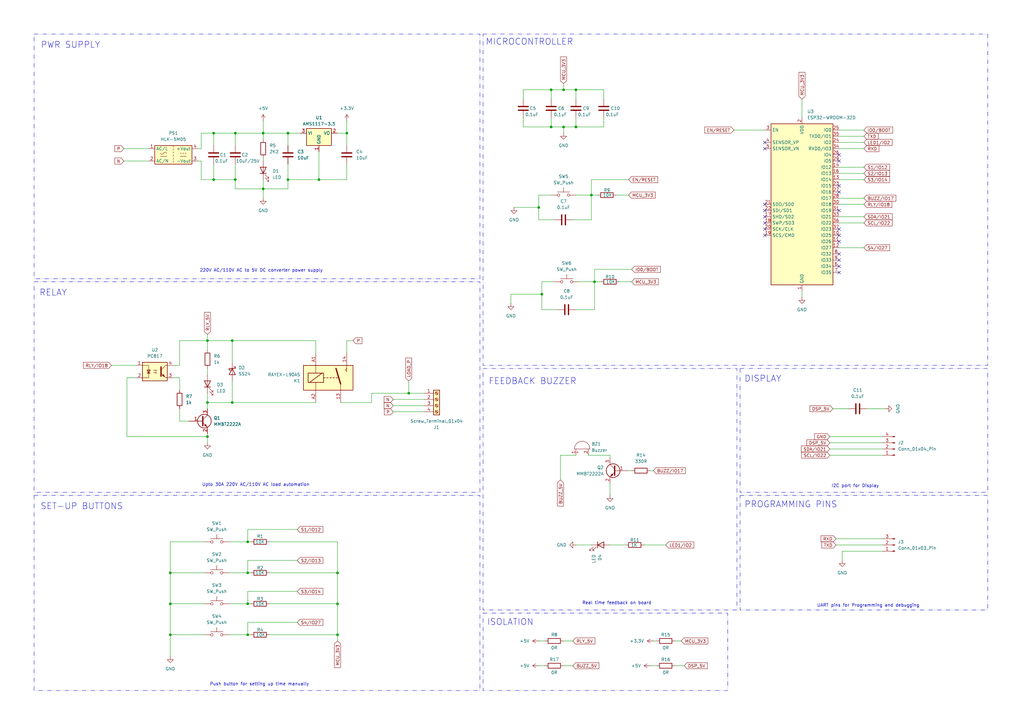
<source format=kicad_sch>
(kicad_sch (version 20250114) (generator "eeschema") (generator_version "9.0")
  (paper "A3")
  (title_block (title "GEN AI based timer board") (date "2025-04-16") (rev "v0.1") (company "Ampnics") (comment 1 "Design By-Md Ammar Maniyar"))
  (lib_symbols
    (symbol "Connector:Conn_01x03_Pin" (pin_names (offset 1.016) (hide yes))
      (property "Reference" "J" (at 0 5.08 0))
      (property "Value" "Conn_01x03_Pin" (at 0 -5.08 0))
      (symbol "Conn_01x03_Pin_1_1"
        (pin passive line (at 5.08 2.54 180) (length 3.81) (name "Pin_1") (number "1"))
        (pin passive line (at 5.08 0 180) (length 3.81) (name "Pin_2") (number "2"))
        (pin passive line (at 5.08 -2.54 180) (length 3.81) (name "Pin_3") (number "3"))
      )
    )
    (symbol "Connector:Conn_01x04_Pin" (pin_names (offset 1.016) (hide yes))
      (property "Reference" "J" (at 0 5.08 0))
      (property "Value" "Conn_01x04_Pin" (at 0 -7.62 0))
      (symbol "Conn_01x04_Pin_1_1"
        (pin passive line (at 5.08 2.54 180) (length 3.81) (name "Pin_1") (number "1"))
        (pin passive line (at 5.08 0 180) (length 3.81) (name "Pin_2") (number "2"))
        (pin passive line (at 5.08 -2.54 180) (length 3.81) (name "Pin_3") (number "3"))
        (pin passive line (at 5.08 -5.08 180) (length 3.81) (name "Pin_4") (number "4"))
      )
    )
    (symbol "Connector:Screw_Terminal_01x04" (pin_names (offset 1.016) (hide yes))
      (property "Reference" "J" (at 0 5.08 0))
      (property "Value" "Screw_Terminal_01x04" (at 0 -7.62 0))
      (symbol "Screw_Terminal_01x04_1_1"
        (pin passive line (at -5.08 2.54 0) (length 3.81) (name "Pin_1") (number "1"))
        (pin passive line (at -5.08 0 0) (length 3.81) (name "Pin_2") (number "2"))
        (pin passive line (at -5.08 -2.54 0) (length 3.81) (name "Pin_3") (number "3"))
        (pin passive line (at -5.08 -5.08 0) (length 3.81) (name "Pin_4") (number "4"))
      )
    )
    (symbol "Converter_ACDC:HLK-5M05"
      (property "Reference" "PS" (at 0 5.08 0))
      (property "Value" "HLK-5M05" (at 0 -5.08 0))
      (symbol "HLK-5M05_1_1"
        (pin power_in line (at -10.16 2.54 0) (length 2.54) (name "AC/L") (number "1"))
        (pin power_in line (at -10.16 -2.54 0) (length 2.54) (name "AC/N") (number "2"))
        (pin power_out line (at 10.16 2.54 180) (length 2.54) (name "+Vout") (number "4"))
        (pin power_out line (at 10.16 -2.54 180) (length 2.54) (name "-Vout") (number "3"))
      )
    )
    (symbol "Device:Buzzer" (pin_names (offset 0.0254) (hide yes))
      (property "Reference" "BZ" (at 3.81 1.27 0))
      (property "Value" "Buzzer" (at 3.81 -1.27 0))
      (symbol "Buzzer_1_1"
        (pin passive line (at -2.54 2.54 0) (length 2.54) (name "+") (number "1"))
        (pin passive line (at -2.54 -2.54 0) (length 2.54) (name "-") (number "2"))
      )
    )
    (symbol "Device:C" (pin_numbers (hide yes)) (pin_names (offset 0.254))
      (property "Reference" "C" (at 0.635 2.54 0))
      (property "Value" "C" (at 0.635 -2.54 0))
      (symbol "C_1_1"
        (pin passive line (at 0 3.81 270) (length 2.794) (name "~") (number "1"))
        (pin passive line (at 0 -3.81 90) (length 2.794) (name "~") (number "2"))
      )
    )
    (symbol "Device:LED" (pin_numbers (hide yes)) (pin_names (offset 1.016) (hide yes))
      (property "Reference" "D" (at 0 2.54 0))
      (property "Value" "LED" (at 0 -2.54 0))
      (symbol "LED_1_1"
        (pin passive line (at -3.81 0 0) (length 2.54) (name "K") (number "1"))
        (pin passive line (at 3.81 0 180) (length 2.54) (name "A") (number "2"))
      )
    )
    (symbol "Device:R" (pin_numbers (hide yes)) (pin_names (offset 0))
      (property "Reference" "R" (at 2.032 0 90))
      (property "Value" "R" (at 0 0 90))
      (symbol "R_1_1"
        (pin passive line (at 0 3.81 270) (length 1.27) (name "~") (number "1"))
        (pin passive line (at 0 -3.81 90) (length 1.27) (name "~") (number "2"))
      )
    )
    (symbol "Diode:SS24" (pin_numbers (hide yes)) (pin_names (offset 1.016) (hide yes))
      (property "Reference" "D" (at 0 2.54 0))
      (property "Value" "SS24" (at 0 -2.54 0))
      (symbol "SS24_1_1"
        (pin passive line (at -3.81 0 0) (length 2.54) (name "K") (number "1"))
        (pin passive line (at 3.81 0 180) (length 2.54) (name "A") (number "2"))
      )
    )
    (symbol "Isolator:PC817" (pin_names (offset 1.016))
      (property "Reference" "U" (at -5.08 5.08 0))
      (property "Value" "PC817" (at 0 5.08 0))
      (symbol "PC817_1_1"
        (pin passive line (at -7.62 2.54 0) (length 2.54) (name "~") (number "1"))
        (pin passive line (at -7.62 -2.54 0) (length 2.54) (name "~") (number "2"))
        (pin passive line (at 7.62 2.54 180) (length 2.54) (name "~") (number "4"))
        (pin passive line (at 7.62 -2.54 180) (length 2.54) (name "~") (number "3"))
      )
    )
    (symbol "RF_Module:ESP32-WROOM-32D"
      (property "Reference" "U" (at -12.7 34.29 0))
      (property "Value" "ESP32-WROOM-32D" (at 1.27 34.29 0))
      (symbol "ESP32-WROOM-32D_1_1"
        (pin input line (at -15.24 30.48 0) (length 2.54) (name "EN") (number "3"))
        (pin input line (at -15.24 25.4 0) (length 2.54) (name "SENSOR_VP") (number "4"))
        (pin input line (at -15.24 22.86 0) (length 2.54) (name "SENSOR_VN") (number "5"))
        (pin bidirectional line (at -15.24 0 0) (length 2.54) (name "SDO/SD0") (number "21"))
        (pin bidirectional line (at -15.24 -2.54 0) (length 2.54) (name "SDI/SD1") (number "22"))
        (pin bidirectional line (at -15.24 -5.08 0) (length 2.54) (name "SHD/SD2") (number "17"))
        (pin bidirectional line (at -15.24 -7.62 0) (length 2.54) (name "SWP/SD3") (number "18"))
        (pin bidirectional line (at -15.24 -10.16 0) (length 2.54) (name "SCK/CLK") (number "20"))
        (pin bidirectional line (at -15.24 -12.7 0) (length 2.54) (name "SCS/CMD") (number "19"))
        (pin no_connect line (at -12.7 -27.94 0) (length 2.54) (hide yes) (name "NC") (number "32"))
        (pin power_in line (at 0 35.56 270) (length 2.54) (name "VDD") (number "2"))
        (pin power_in line (at 0 -35.56 90) (length 2.54) (name "GND") (number "1"))
        (pin passive line (at 0 -35.56 90) (length 2.54) (hide yes) (name "GND") (number "15"))
        (pin passive line (at 0 -35.56 90) (length 2.54) (hide yes) (name "GND") (number "38"))
        (pin passive line (at 0 -35.56 90) (length 2.54) (hide yes) (name "GND") (number "39"))
        (pin bidirectional line (at 15.24 30.48 180) (length 2.54) (name "IO0") (number "25"))
        (pin bidirectional line (at 15.24 27.94 180) (length 2.54) (name "TXD0/IO1") (number "35"))
        (pin bidirectional line (at 15.24 25.4 180) (length 2.54) (name "IO2") (number "24"))
        (pin bidirectional line (at 15.24 22.86 180) (length 2.54) (name "RXD0/IO3") (number "34"))
        (pin bidirectional line (at 15.24 20.32 180) (length 2.54) (name "IO4") (number "26"))
        (pin bidirectional line (at 15.24 17.78 180) (length 2.54) (name "IO5") (number "29"))
        (pin bidirectional line (at 15.24 15.24 180) (length 2.54) (name "IO12") (number "14"))
        (pin bidirectional line (at 15.24 12.7 180) (length 2.54) (name "IO13") (number "16"))
        (pin bidirectional line (at 15.24 10.16 180) (length 2.54) (name "IO14") (number "13"))
        (pin bidirectional line (at 15.24 7.62 180) (length 2.54) (name "IO15") (number "23"))
        (pin bidirectional line (at 15.24 5.08 180) (length 2.54) (name "IO16") (number "27"))
        (pin bidirectional line (at 15.24 2.54 180) (length 2.54) (name "IO17") (number "28"))
        (pin bidirectional line (at 15.24 0 180) (length 2.54) (name "IO18") (number "30"))
        (pin bidirectional line (at 15.24 -2.54 180) (length 2.54) (name "IO19") (number "31"))
        (pin bidirectional line (at 15.24 -5.08 180) (length 2.54) (name "IO21") (number "33"))
        (pin bidirectional line (at 15.24 -7.62 180) (length 2.54) (name "IO22") (number "36"))
        (pin bidirectional line (at 15.24 -10.16 180) (length 2.54) (name "IO23") (number "37"))
        (pin bidirectional line (at 15.24 -12.7 180) (length 2.54) (name "IO25") (number "10"))
        (pin bidirectional line (at 15.24 -15.24 180) (length 2.54) (name "IO26") (number "11"))
        (pin bidirectional line (at 15.24 -17.78 180) (length 2.54) (name "IO27") (number "12"))
        (pin bidirectional line (at 15.24 -20.32 180) (length 2.54) (name "IO32") (number "8"))
        (pin bidirectional line (at 15.24 -22.86 180) (length 2.54) (name "IO33") (number "9"))
        (pin input line (at 15.24 -25.4 180) (length 2.54) (name "IO34") (number "6"))
        (pin input line (at 15.24 -27.94 180) (length 2.54) (name "IO35") (number "7"))
      )
    )
    (symbol "Regulator_Linear:AMS1117-3.3"
      (property "Reference" "U" (at -3.81 3.175 0))
      (property "Value" "AMS1117-3.3" (at 0 3.175 0))
      (symbol "AMS1117-3.3_1_1"
        (pin power_in line (at -7.62 0 0) (length 2.54) (name "VI") (number "3"))
        (pin power_in line (at 0 -7.62 90) (length 2.54) (name "GND") (number "1"))
        (pin power_out line (at 7.62 0 180) (length 2.54) (name "VO") (number "2"))
      )
    )
    (symbol "Relay:RAYEX-L90AS"
      (property "Reference" "K" (at 11.43 3.81 0))
      (property "Value" "RAYEX-L90AS" (at 11.43 1.27 0))
      (symbol "RAYEX-L90AS_1_1"
        (pin passive line (at -5.08 10.16 270) (length 5.08) (name "~") (number "A1"))
        (pin passive line (at -5.08 -10.16 90) (length 5.08) (name "~") (number "A2"))
        (pin passive line (at 5.08 -10.16 90) (length 5.08) (name "~") (number "13"))
        (pin passive line (at 7.62 10.16 270) (length 5.08) (name "~") (number "14"))
      )
    )
    (symbol "Switch:SW_Push" (pin_numbers (hide yes)) (pin_names (offset 1.016) (hide yes))
      (property "Reference" "SW" (at 1.27 2.54 0))
      (property "Value" "SW_Push" (at 0 -1.524 0))
      (symbol "SW_Push_0_1"
        (pin passive line (at -5.08 0 0) (length 2.54) (name "1") (number "1"))
        (pin passive line (at 5.08 0 180) (length 2.54) (name "2") (number "2"))
      )
    )
    (symbol "Transistor_BJT:MMBT2222A" (pin_names (offset 0) (hide yes))
      (property "Reference" "Q" (at 5.08 1.905 0))
      (property "Value" "MMBT2222A" (at 5.08 0 0))
      (symbol "MMBT2222A_1_1"
        (pin input line (at -5.08 0 0) (length 5.715) (name "B") (number "1"))
        (pin passive line (at 2.54 5.08 270) (length 2.54) (name "C") (number "3"))
        (pin passive line (at 2.54 -5.08 90) (length 2.54) (name "E") (number "2"))
      )
    )
    (symbol "power:+3.3V" (power) (pin_numbers (hide yes)) (pin_names (offset 0) (hide yes))
      (property "Value" "+3.3V" (at 0 3.556 0))
      (symbol "+3.3V_1_1"
        (pin power_in line (at 0 0 90) (length 0) (name "~") (number "1"))
      )
    )
    (symbol "power:+5V" (power) (pin_numbers (hide yes)) (pin_names (offset 0) (hide yes))
      (property "Value" "+5V" (at 0 3.556 0))
      (symbol "+5V_1_1"
        (pin power_in line (at 0 0 90) (length 0) (name "~") (number "1"))
      )
    )
    (symbol "power:GND" (power) (pin_numbers (hide yes)) (pin_names (offset 0) (hide yes))
      (property "Value" "GND" (at 0 -3.81 0))
      (symbol "GND_1_1"
        (pin power_in line (at 0 0 270) (length 0) (name "~") (number "1"))
      )
    )
  )
  (rectangle (start 198.12 151.13) (end 302.26 250.19) (stroke (width 0) (type dash_dot_dot)))
  (rectangle (start 303.53 203.2) (end 405.13 250.19) (stroke (width 0) (type dash_dot_dot)))
  (rectangle (start 198.12 13.97) (end 405.13 149.86) (stroke (width 0) (type dash_dot_dot)))
  (rectangle (start 13.97 203.2) (end 196.85 283.21) (stroke (width 0) (type dash_dot_dot)))
  (rectangle (start 13.97 115.57) (end 196.85 201.93) (stroke (width 0) (type dash_dot_dot)))
  (rectangle (start 198.12 251.46) (end 298.45 283.21) (stroke (width 0) (type dash_dot_dot)))
  (rectangle (start 303.53 151.13) (end 405.13 201.93) (stroke (width 0) (type dash_dot_dot)))
  (rectangle (start 13.97 13.97) (end 196.85 114.3) (stroke (width 0) (type dash_dot_dot)))
  (text "Push button for setting up time manually" (at 106.426 280.67 0) (effects (font (size 1.27 1.27))))
  (text "Real time feedback on board" (at 252.984 247.396 0) (effects (font (size 1.27 1.27))))
  (text "RELAY" (at 21.844 120.142 0) (effects (font (size 2.54 2.54))))
  (text "SET-UP BUTTONS" (at 33.528 207.772 0) (effects (font (size 2.54 2.54))))
  (text "Upto 30A 220V AC/110V AC load automation" (at 104.902 198.882 0) (effects (font (size 1.27 1.27))))
  (text "PROGRAMMING PINS" (at 324.358 207.01 0) (effects (font (size 2.54 2.54))))
  (text "I2C port for Display" (at 350.774 199.39 0) (effects (font (size 1.27 1.27))))
  (text "MICROCONTROLLER" (at 217.17 17.272 0) (effects (font (size 2.54 2.54))))
  (text "PWR SUPPLY" (at 28.956 18.542 0) (effects (font (size 2.54 2.54))))
  (text "ISOLATION" (at 209.296 255.27 0) (effects (font (size 2.54 2.54))))
  (text "DISPLAY" (at 312.928 155.448 0) (effects (font (size 2.54 2.54))))
  (text "220V AC/110V AC to 5V DC converter power supply" (at 107.188 110.998 0) (effects (font (size 1.27 1.27))))
  (text "UART pins for Programming and debugging" (at 356.108 248.412 0) (effects (font (size 1.27 1.27))))
  (text "FEEDBACK BUZZER" (at 218.44 156.464 0) (effects (font (size 2.54 2.54))))
  (junction (at 243.84 115.57))
  (junction (at 231.14 52.07))
  (junction (at 101.6 247.65))
  (junction (at 167.64 161.29))
  (junction (at 95.25 139.7))
  (junction (at 236.22 36.83))
  (junction (at 138.43 260.35))
  (junction (at 96.52 73.66))
  (junction (at 222.25 120.65))
  (junction (at 142.24 54.61))
  (junction (at 69.85 247.65))
  (junction (at 231.14 36.83))
  (junction (at 130.81 73.66))
  (junction (at 69.85 260.35))
  (junction (at 138.43 247.65))
  (junction (at 101.6 260.35))
  (junction (at 107.95 54.61))
  (junction (at 87.63 54.61))
  (junction (at 69.85 234.95))
  (junction (at 101.6 234.95))
  (junction (at 118.11 54.61))
  (junction (at 220.98 85.09))
  (junction (at 107.95 77.47))
  (junction (at 85.09 179.07))
  (junction (at 226.06 36.83))
  (junction (at 236.22 52.07))
  (junction (at 226.06 52.07))
  (junction (at 101.6 222.25))
  (junction (at 85.09 139.7))
  (junction (at 118.11 73.66))
  (junction (at 138.43 234.95))
  (junction (at 87.63 73.66))
  (junction (at 96.52 54.61))
  (junction (at 242.57 80.01))
  (junction (at 85.09 165.1))
  (junction (at 95.25 165.1))
  (no_connect (at 313.69 83.82))
  (no_connect (at 344.17 109.22))
  (no_connect (at 344.17 63.5))
  (no_connect (at 313.69 96.52))
  (no_connect (at 313.69 60.96))
  (no_connect (at 344.17 104.14))
  (no_connect (at 313.69 58.42))
  (no_connect (at 313.69 93.98))
  (no_connect (at 344.17 66.04))
  (no_connect (at 344.17 78.74))
  (no_connect (at 344.17 111.76))
  (no_connect (at 313.69 86.36))
  (no_connect (at 313.69 91.44))
  (no_connect (at 344.17 86.36))
  (no_connect (at 344.17 106.68))
  (no_connect (at 313.69 88.9))
  (no_connect (at 344.17 93.98))
  (no_connect (at 344.17 96.52))
  (no_connect (at 344.17 99.06))
  (no_connect (at 344.17 76.2))
  (wire (pts (xy 50.8 66.04) (xy 60.96 66.04)))
  (wire (pts (xy 87.63 73.66) (xy 96.52 73.66)))
  (wire (pts (xy 242.57 80.01) (xy 245.11 80.01)))
  (wire (pts (xy 220.98 90.17) (xy 227.33 90.17)))
  (wire (pts (xy 344.17 81.28) (xy 354.33 81.28)))
  (wire (pts (xy 83.82 222.25) (xy 69.85 222.25)))
  (wire (pts (xy 226.06 36.83) (xy 226.06 40.64)))
  (wire (pts (xy 87.63 73.66) (xy 82.55 73.66)))
  (wire (pts (xy 93.98 234.95) (xy 101.6 234.95)))
  (wire (pts (xy 85.09 143.51) (xy 85.09 139.7)))
  (wire (pts (xy 259.08 110.49) (xy 243.84 110.49)))
  (wire (pts (xy 242.57 90.17) (xy 234.95 90.17)))
  (wire (pts (xy 85.09 167.64) (xy 85.09 165.1)))
  (wire (pts (xy 138.43 260.35) (xy 138.43 262.89)))
  (wire (pts (xy 73.66 154.94) (xy 71.12 154.94)))
  (wire (pts (xy 118.11 73.66) (xy 130.81 73.66)))
  (wire (pts (xy 344.17 58.42) (xy 354.33 58.42)))
  (wire (pts (xy 45.72 149.86) (xy 55.88 149.86)))
  (wire (pts (xy 243.84 110.49) (xy 243.84 115.57)))
  (wire (pts (xy 236.22 48.26) (xy 236.22 52.07)))
  (wire (pts (xy 231.14 54.61) (xy 231.14 52.07)))
  (wire (pts (xy 52.07 154.94) (xy 52.07 179.07)))
  (wire (pts (xy 93.98 247.65) (xy 101.6 247.65)))
  (wire (pts (xy 264.16 223.52) (xy 273.05 223.52)))
  (wire (pts (xy 93.98 222.25) (xy 101.6 222.25)))
  (wire (pts (xy 87.63 54.61) (xy 96.52 54.61)))
  (wire (pts (xy 69.85 260.35) (xy 69.85 269.24)))
  (wire (pts (xy 300.99 53.34) (xy 313.69 53.34)))
  (wire (pts (xy 328.93 40.64) (xy 328.93 48.26)))
  (wire (pts (xy 344.17 88.9) (xy 354.33 88.9)))
  (wire (pts (xy 345.44 226.06) (xy 361.95 226.06)))
  (wire (pts (xy 71.12 149.86) (xy 73.66 149.86)))
  (wire (pts (xy 250.19 223.52) (xy 256.54 223.52)))
  (wire (pts (xy 69.85 234.95) (xy 69.85 247.65)))
  (wire (pts (xy 142.24 67.31) (xy 142.24 73.66)))
  (wire (pts (xy 266.7 273.05) (xy 269.24 273.05)))
  (wire (pts (xy 55.88 154.94) (xy 52.07 154.94)))
  (wire (pts (xy 101.6 242.57) (xy 101.6 247.65)))
  (wire (pts (xy 85.09 165.1) (xy 95.25 165.1)))
  (wire (pts (xy 121.92 217.17) (xy 101.6 217.17)))
  (wire (pts (xy 87.63 54.61) (xy 87.63 59.69)))
  (wire (pts (xy 226.06 48.26) (xy 226.06 52.07)))
  (wire (pts (xy 142.24 54.61) (xy 138.43 54.61)))
  (wire (pts (xy 209.55 120.65) (xy 222.25 120.65)))
  (wire (pts (xy 110.49 234.95) (xy 138.43 234.95)))
  (wire (pts (xy 82.55 60.96) (xy 82.55 54.61)))
  (wire (pts (xy 243.84 115.57) (xy 246.38 115.57)))
  (wire (pts (xy 130.81 73.66) (xy 142.24 73.66)))
  (wire (pts (xy 96.52 67.31) (xy 96.52 73.66)))
  (wire (pts (xy 95.25 139.7) (xy 95.25 148.59)))
  (wire (pts (xy 250.19 186.69) (xy 241.3 186.69)))
  (wire (pts (xy 107.95 49.53) (xy 107.95 54.61)))
  (wire (pts (xy 344.17 71.12) (xy 354.33 71.12)))
  (wire (pts (xy 341.63 167.64) (xy 347.98 167.64)))
  (wire (pts (xy 129.54 139.7) (xy 95.25 139.7)))
  (wire (pts (xy 96.52 54.61) (xy 107.95 54.61)))
  (wire (pts (xy 236.22 52.07) (xy 247.65 52.07)))
  (wire (pts (xy 220.98 85.09) (xy 220.98 90.17)))
  (wire (pts (xy 214.63 48.26) (xy 214.63 52.07)))
  (wire (pts (xy 69.85 260.35) (xy 83.82 260.35)))
  (wire (pts (xy 355.6 167.64) (xy 363.22 167.64)))
  (wire (pts (xy 210.82 85.09) (xy 220.98 85.09)))
  (wire (pts (xy 101.6 247.65) (xy 102.87 247.65)))
  (wire (pts (xy 242.57 80.01) (xy 242.57 90.17)))
  (wire (pts (xy 121.92 242.57) (xy 101.6 242.57)))
  (wire (pts (xy 85.09 181.61) (xy 85.09 179.07)))
  (wire (pts (xy 214.63 52.07) (xy 226.06 52.07)))
  (wire (pts (xy 214.63 40.64) (xy 214.63 36.83)))
  (wire (pts (xy 328.93 119.38) (xy 328.93 121.92)))
  (wire (pts (xy 226.06 36.83) (xy 231.14 36.83)))
  (wire (pts (xy 247.65 36.83) (xy 247.65 40.64)))
  (wire (pts (xy 52.07 179.07) (xy 85.09 179.07)))
  (wire (pts (xy 101.6 255.27) (xy 101.6 260.35)))
  (wire (pts (xy 101.6 229.87) (xy 101.6 234.95)))
  (wire (pts (xy 96.52 77.47) (xy 107.95 77.47)))
  (wire (pts (xy 242.57 73.66) (xy 242.57 80.01)))
  (wire (pts (xy 231.14 273.05) (xy 234.95 273.05)))
  (wire (pts (xy 257.81 193.04) (xy 259.08 193.04)))
  (wire (pts (xy 107.95 54.61) (xy 118.11 54.61)))
  (wire (pts (xy 236.22 36.83) (xy 247.65 36.83)))
  (wire (pts (xy 342.9 223.52) (xy 361.95 223.52)))
  (wire (pts (xy 250.19 187.96) (xy 250.19 186.69)))
  (wire (pts (xy 101.6 234.95) (xy 102.87 234.95)))
  (wire (pts (xy 110.49 222.25) (xy 138.43 222.25)))
  (wire (pts (xy 85.09 137.16) (xy 85.09 139.7)))
  (wire (pts (xy 118.11 67.31) (xy 118.11 73.66)))
  (wire (pts (xy 73.66 172.72) (xy 77.47 172.72)))
  (wire (pts (xy 222.25 115.57) (xy 222.25 120.65)))
  (wire (pts (xy 344.17 101.6) (xy 354.33 101.6)))
  (wire (pts (xy 161.29 163.83) (xy 173.99 163.83)))
  (wire (pts (xy 267.97 262.89) (xy 269.24 262.89)))
  (wire (pts (xy 121.92 229.87) (xy 101.6 229.87)))
  (wire (pts (xy 107.95 77.47) (xy 107.95 81.28)))
  (wire (pts (xy 231.14 36.83) (xy 236.22 36.83)))
  (wire (pts (xy 152.4 165.1) (xy 139.7 165.1)))
  (wire (pts (xy 95.25 165.1) (xy 129.54 165.1)))
  (wire (pts (xy 340.36 186.69) (xy 361.95 186.69)))
  (wire (pts (xy 220.98 80.01) (xy 220.98 85.09)))
  (wire (pts (xy 96.52 77.47) (xy 96.52 73.66)))
  (wire (pts (xy 81.28 60.96) (xy 82.55 60.96)))
  (wire (pts (xy 252.73 80.01) (xy 257.81 80.01)))
  (wire (pts (xy 101.6 222.25) (xy 102.87 222.25)))
  (wire (pts (xy 254 115.57) (xy 259.08 115.57)))
  (wire (pts (xy 130.81 62.23) (xy 130.81 73.66)))
  (wire (pts (xy 73.66 139.7) (xy 85.09 139.7)))
  (wire (pts (xy 250.19 198.12) (xy 250.19 203.2)))
  (wire (pts (xy 344.17 91.44) (xy 354.33 91.44)))
  (wire (pts (xy 85.09 139.7) (xy 95.25 139.7)))
  (wire (pts (xy 340.36 179.07) (xy 361.95 179.07)))
  (wire (pts (xy 101.6 217.17) (xy 101.6 222.25)))
  (wire (pts (xy 237.49 115.57) (xy 243.84 115.57)))
  (wire (pts (xy 69.85 247.65) (xy 83.82 247.65)))
  (wire (pts (xy 73.66 154.94) (xy 73.66 160.02)))
  (wire (pts (xy 107.95 57.15) (xy 107.95 54.61)))
  (wire (pts (xy 138.43 247.65) (xy 138.43 260.35)))
  (wire (pts (xy 82.55 54.61) (xy 87.63 54.61)))
  (wire (pts (xy 344.17 73.66) (xy 354.33 73.66)))
  (wire (pts (xy 161.29 166.37) (xy 173.99 166.37)))
  (wire (pts (xy 227.33 115.57) (xy 222.25 115.57)))
  (wire (pts (xy 138.43 260.35) (xy 110.49 260.35)))
  (wire (pts (xy 276.86 262.89) (xy 279.4 262.89)))
  (wire (pts (xy 354.33 53.34) (xy 344.17 53.34)))
  (wire (pts (xy 344.17 60.96) (xy 354.33 60.96)))
  (wire (pts (xy 209.55 124.46) (xy 209.55 120.65)))
  (wire (pts (xy 73.66 167.64) (xy 73.66 172.72)))
  (wire (pts (xy 161.29 168.91) (xy 173.99 168.91)))
  (wire (pts (xy 220.98 273.05) (xy 223.52 273.05)))
  (wire (pts (xy 85.09 161.29) (xy 85.09 165.1)))
  (wire (pts (xy 173.99 161.29) (xy 167.64 161.29)))
  (wire (pts (xy 167.64 156.21) (xy 167.64 161.29)))
  (wire (pts (xy 142.24 49.53) (xy 142.24 54.61)))
  (wire (pts (xy 222.25 127) (xy 228.6 127)))
  (wire (pts (xy 236.22 186.69) (xy 229.87 186.69)))
  (wire (pts (xy 236.22 36.83) (xy 236.22 40.64)))
  (wire (pts (xy 138.43 234.95) (xy 138.43 247.65)))
  (wire (pts (xy 276.86 273.05) (xy 280.67 273.05)))
  (wire (pts (xy 69.85 234.95) (xy 83.82 234.95)))
  (wire (pts (xy 118.11 73.66) (xy 118.11 77.47)))
  (wire (pts (xy 231.14 34.29) (xy 231.14 36.83)))
  (wire (pts (xy 220.98 262.89) (xy 223.52 262.89)))
  (wire (pts (xy 222.25 120.65) (xy 222.25 127)))
  (wire (pts (xy 243.84 127) (xy 236.22 127)))
  (wire (pts (xy 107.95 77.47) (xy 118.11 77.47)))
  (wire (pts (xy 138.43 222.25) (xy 138.43 234.95)))
  (wire (pts (xy 142.24 139.7) (xy 144.78 139.7)))
  (wire (pts (xy 85.09 151.13) (xy 85.09 153.67)))
  (wire (pts (xy 69.85 222.25) (xy 69.85 234.95)))
  (wire (pts (xy 340.36 184.15) (xy 361.95 184.15)))
  (wire (pts (xy 340.36 181.61) (xy 361.95 181.61)))
  (wire (pts (xy 85.09 179.07) (xy 85.09 177.8)))
  (wire (pts (xy 142.24 59.69) (xy 142.24 54.61)))
  (wire (pts (xy 236.22 223.52) (xy 242.57 223.52)))
  (wire (pts (xy 50.8 60.96) (xy 60.96 60.96)))
  (wire (pts (xy 344.17 55.88) (xy 354.33 55.88)))
  (wire (pts (xy 101.6 260.35) (xy 102.87 260.35)))
  (wire (pts (xy 247.65 52.07) (xy 247.65 48.26)))
  (wire (pts (xy 107.95 64.77) (xy 107.95 66.04)))
  (wire (pts (xy 96.52 54.61) (xy 96.52 59.69)))
  (wire (pts (xy 344.17 68.58) (xy 354.33 68.58)))
  (wire (pts (xy 214.63 36.83) (xy 226.06 36.83)))
  (wire (pts (xy 257.81 73.66) (xy 242.57 73.66)))
  (wire (pts (xy 167.64 161.29) (xy 152.4 161.29)))
  (wire (pts (xy 226.06 80.01) (xy 220.98 80.01)))
  (wire (pts (xy 243.84 115.57) (xy 243.84 127)))
  (wire (pts (xy 345.44 229.87) (xy 345.44 226.06)))
  (wire (pts (xy 93.98 260.35) (xy 101.6 260.35)))
  (wire (pts (xy 82.55 66.04) (xy 82.55 73.66)))
  (wire (pts (xy 110.49 247.65) (xy 138.43 247.65)))
  (wire (pts (xy 236.22 80.01) (xy 242.57 80.01)))
  (wire (pts (xy 118.11 54.61) (xy 118.11 59.69)))
  (wire (pts (xy 229.87 186.69) (xy 229.87 196.85)))
  (wire (pts (xy 118.11 54.61) (xy 123.19 54.61)))
  (wire (pts (xy 107.95 73.66) (xy 107.95 77.47)))
  (wire (pts (xy 73.66 149.86) (xy 73.66 139.7)))
  (wire (pts (xy 152.4 161.29) (xy 152.4 165.1)))
  (wire (pts (xy 69.85 247.65) (xy 69.85 260.35)))
  (wire (pts (xy 81.28 66.04) (xy 82.55 66.04)))
  (wire (pts (xy 121.92 255.27) (xy 101.6 255.27)))
  (wire (pts (xy 266.7 193.04) (xy 267.97 193.04)))
  (wire (pts (xy 129.54 139.7) (xy 129.54 144.78)))
  (wire (pts (xy 231.14 52.07) (xy 236.22 52.07)))
  (wire (pts (xy 87.63 67.31) (xy 87.63 73.66)))
  (wire (pts (xy 226.06 52.07) (xy 231.14 52.07)))
  (wire (pts (xy 95.25 165.1) (xy 95.25 156.21)))
  (wire (pts (xy 344.17 83.82) (xy 354.33 83.82)))
  (wire (pts (xy 142.24 144.78) (xy 142.24 139.7)))
  (wire (pts (xy 231.14 262.89) (xy 234.95 262.89)))
  (wire (pts (xy 342.9 220.98) (xy 361.95 220.98)))
  (global_label "GND" (shape input) (at 340.36 179.07 180) (property "Intersheetrefs" "${INTERSHEET_REFS}" (effects (hide yes))))
  (global_label "S3{slash}IO14" (shape input) (at 354.33 73.66 0) (property "Intersheetrefs" "${INTERSHEET_REFS}" (effects (hide yes))))
  (global_label "DSP_5V" (shape input) (at 341.63 167.64 180) (property "Intersheetrefs" "${INTERSHEET_REFS}" (effects (hide yes))))
  (global_label "MCU_3V3" (shape input) (at 259.08 115.57 0) (property "Intersheetrefs" "${INTERSHEET_REFS}" (effects (hide yes))))
  (global_label "S1{slash}IO12" (shape input) (at 354.33 68.58 0) (property "Intersheetrefs" "${INTERSHEET_REFS}" (effects (hide yes))))
  (global_label "S2{slash}IO13" (shape input) (at 354.33 71.12 0) (property "Intersheetrefs" "${INTERSHEET_REFS}" (effects (hide yes))))
  (global_label "S4{slash}IO27" (shape input) (at 121.92 255.27 0) (property "Intersheetrefs" "${INTERSHEET_REFS}" (effects (hide yes))))
  (global_label "DSP_5V" (shape input) (at 340.36 181.61 180) (property "Intersheetrefs" "${INTERSHEET_REFS}" (effects (hide yes))))
  (global_label "RLY_5V" (shape input) (at 85.09 137.16 90) (property "Intersheetrefs" "${INTERSHEET_REFS}" (effects (hide yes))))
  (global_label "BUZZ_5V" (shape input) (at 234.95 273.05 0) (property "Intersheetrefs" "${INTERSHEET_REFS}" (effects (hide yes))))
  (global_label "N" (shape input) (at 161.29 163.83 180) (property "Intersheetrefs" "${INTERSHEET_REFS}" (effects (hide yes))))
  (global_label "P" (shape input) (at 161.29 168.91 180) (property "Intersheetrefs" "${INTERSHEET_REFS}" (effects (hide yes))))
  (global_label "SCL{slash}IO22" (shape input) (at 340.36 186.69 180) (property "Intersheetrefs" "${INTERSHEET_REFS}" (effects (hide yes))))
  (global_label "S1{slash}IO12" (shape input) (at 121.92 217.17 0) (property "Intersheetrefs" "${INTERSHEET_REFS}" (effects (hide yes))))
  (global_label "BUZZ{slash}IO17" (shape input) (at 354.33 81.28 0) (property "Intersheetrefs" "${INTERSHEET_REFS}" (effects (hide yes))))
  (global_label "LED1{slash}IO2" (shape input) (at 273.05 223.52 0) (property "Intersheetrefs" "${INTERSHEET_REFS}" (effects (hide yes))))
  (global_label "MCU_3V3" (shape input) (at 231.14 34.29 90) (property "Intersheetrefs" "${INTERSHEET_REFS}" (effects (hide yes))))
  (global_label "P" (shape input) (at 50.8 60.96 180) (property "Intersheetrefs" "${INTERSHEET_REFS}" (effects (hide yes))))
  (global_label "RXD" (shape input) (at 354.33 60.96 0) (property "Intersheetrefs" "${INTERSHEET_REFS}" (effects (hide yes))))
  (global_label "TXD" (shape input) (at 342.9 223.52 180) (property "Intersheetrefs" "${INTERSHEET_REFS}" (effects (hide yes))))
  (global_label "N" (shape input) (at 161.29 166.37 180) (property "Intersheetrefs" "${INTERSHEET_REFS}" (effects (hide yes))))
  (global_label "MCU_3V3" (shape input) (at 328.93 40.64 90) (property "Intersheetrefs" "${INTERSHEET_REFS}" (effects (hide yes))))
  (global_label "SDA{slash}IO21" (shape input) (at 340.36 184.15 180) (property "Intersheetrefs" "${INTERSHEET_REFS}" (effects (hide yes))))
  (global_label "BUZZ_5V" (shape input) (at 229.87 196.85 270) (property "Intersheetrefs" "${INTERSHEET_REFS}" (effects (hide yes))))
  (global_label "N" (shape input) (at 50.8 66.04 180) (property "Intersheetrefs" "${INTERSHEET_REFS}" (effects (hide yes))))
  (global_label "IO0{slash}BOOT" (shape input) (at 259.08 110.49 0) (property "Intersheetrefs" "${INTERSHEET_REFS}" (effects (hide yes))))
  (global_label "RXD" (shape input) (at 342.9 220.98 180) (property "Intersheetrefs" "${INTERSHEET_REFS}" (effects (hide yes))))
  (global_label "MCU_3V3" (shape input) (at 279.4 262.89 0) (property "Intersheetrefs" "${INTERSHEET_REFS}" (effects (hide yes))))
  (global_label "MCU_3V3" (shape input) (at 257.81 80.01 0) (property "Intersheetrefs" "${INTERSHEET_REFS}" (effects (hide yes))))
  (global_label "BUZZ{slash}IO17" (shape input) (at 267.97 193.04 0) (property "Intersheetrefs" "${INTERSHEET_REFS}" (effects (hide yes))))
  (global_label "LED1{slash}IO2" (shape input) (at 354.33 58.42 0) (property "Intersheetrefs" "${INTERSHEET_REFS}" (effects (hide yes))))
  (global_label "S3{slash}IO14" (shape input) (at 121.92 242.57 0) (property "Intersheetrefs" "${INTERSHEET_REFS}" (effects (hide yes))))
  (global_label "RLY{slash}IO18" (shape input) (at 45.72 149.86 180) (property "Intersheetrefs" "${INTERSHEET_REFS}" (effects (hide yes))))
  (global_label "S4{slash}IO27" (shape input) (at 354.33 101.6 0) (property "Intersheetrefs" "${INTERSHEET_REFS}" (effects (hide yes))))
  (global_label "P" (shape input) (at 144.78 139.7 0) (property "Intersheetrefs" "${INTERSHEET_REFS}" (effects (hide yes))))
  (global_label "RLY_5V" (shape input) (at 234.95 262.89 0) (property "Intersheetrefs" "${INTERSHEET_REFS}" (effects (hide yes))))
  (global_label "TXD" (shape input) (at 354.33 55.88 0) (property "Intersheetrefs" "${INTERSHEET_REFS}" (effects (hide yes))))
  (global_label "EN{slash}RESET" (shape input) (at 257.81 73.66 0) (property "Intersheetrefs" "${INTERSHEET_REFS}" (effects (hide yes))))
  (global_label "EN{slash}RESET" (shape input) (at 300.99 53.34 180) (property "Intersheetrefs" "${INTERSHEET_REFS}" (effects (hide yes))))
  (global_label "SDA{slash}IO21" (shape input) (at 354.33 88.9 0) (property "Intersheetrefs" "${INTERSHEET_REFS}" (effects (hide yes))))
  (global_label "RLY{slash}IO18" (shape input) (at 354.33 83.82 0) (property "Intersheetrefs" "${INTERSHEET_REFS}" (effects (hide yes))))
  (global_label "MCU_3V3" (shape input) (at 138.43 262.89 270) (property "Intersheetrefs" "${INTERSHEET_REFS}" (effects (hide yes))))
  (global_label "DSP_5V" (shape input) (at 280.67 273.05 0) (property "Intersheetrefs" "${INTERSHEET_REFS}" (effects (hide yes))))
  (global_label "SCL{slash}IO22" (shape input) (at 354.33 91.44 0) (property "Intersheetrefs" "${INTERSHEET_REFS}" (effects (hide yes))))
  (global_label "IO0{slash}BOOT" (shape input) (at 354.33 53.34 0) (property "Intersheetrefs" "${INTERSHEET_REFS}" (effects (hide yes))))
  (global_label "S2{slash}IO13" (shape input) (at 121.92 229.87 0) (property "Intersheetrefs" "${INTERSHEET_REFS}" (effects (hide yes))))
  (global_label "LOAD_P" (shape input) (at 167.64 156.21 90) (property "Intersheetrefs" "${INTERSHEET_REFS}" (effects (hide yes))))
  (symbol (lib_id "power:GND") (at 345.44 229.87 0) (unit 1)
    (property "Reference" "#PWR018" (effects (hide yes)))
    (property "Value" "GND" (at 345.44 234.95 0))
    (property "Description" "Power symbol creates a global label with name \"GND\" , ground" (effects (hide yes)))
  )
  (symbol (lib_id "Device:R") (at 260.35 223.52 270) (unit 1)
    (property "Reference" "R11" (at 260.35 221.488 90))
    (property "Value" "1K" (at 260.096 223.52 90))
    (property "Footprint" "Resistor_SMD:R_0805_2012Metric" (effects (hide yes)))
    (property "Description" "Resistor" (effects (hide yes)))
  )
  (symbol (lib_id "Device:C") (at 96.52 63.5 0) (unit 1)
    (property "Reference" "C2" (at 99.06 63.5 0) (effects (justify left)))
    (property "Value" "10uF/25V" (at 96.774 66.04 0) (effects (justify left)))
    (property "Footprint" "Capacitor_SMD:C_1206_3216Metric" (effects (hide yes)))
    (property "Description" "Unpolarized capacitor" (effects (hide yes)))
  )
  (symbol (lib_id "Device:C") (at 226.06 44.45 0) (unit 1)
    (property "Reference" "C6" (at 228.854 44.45 0) (effects (justify left)))
    (property "Value" "0.1uF" (at 227.076 46.99 0) (effects (justify left)))
    (property "Footprint" "Capacitor_SMD:C_0805_2012Metric" (effects (hide yes)))
    (property "Description" "Unpolarized capacitor" (effects (hide yes)))
  )
  (symbol (lib_id "power:+5V") (at 220.98 262.89 90) (unit 1)
    (property "Reference" "#PWR08" (effects (hide yes)))
    (property "Value" "+5V" (at 217.17 262.8899 90) (effects (justify left)))
    (property "Description" "Power symbol creates a global label with name \"+5V\"" (effects (hide yes)))
  )
  (symbol (lib_id "Device:R") (at 106.68 247.65 90) (unit 1)
    (property "Reference" "R3" (at 106.68 245.618 90))
    (property "Value" "10K" (at 106.68 247.65 90))
    (property "Footprint" "Resistor_SMD:R_0805_2012Metric" (effects (hide yes)))
    (property "Description" "Resistor" (effects (hide yes)))
  )
  (symbol (lib_id "Device:R") (at 107.95 60.96 0) (unit 1)
    (property "Reference" "R5" (at 110.49 59.6899 0) (effects (justify left)))
    (property "Value" "2K2" (at 110.49 62.2299 0) (effects (justify left)))
    (property "Footprint" "Resistor_SMD:R_0805_2012Metric" (effects (hide yes)))
    (property "Description" "Resistor" (effects (hide yes)))
  )
  (symbol (lib_id "Device:C") (at 214.63 44.45 0) (unit 1)
    (property "Reference" "C5" (at 217.17 44.45 0) (effects (justify left)))
    (property "Value" "0.1uF" (at 215.392 46.99 0) (effects (justify left)))
    (property "Footprint" "Capacitor_SMD:C_0805_2012Metric" (effects (hide yes)))
    (property "Description" "Unpolarized capacitor" (effects (hide yes)))
  )
  (symbol (lib_id "Device:C") (at 87.63 63.5 0) (unit 1)
    (property "Reference" "C1" (at 90.17 63.5 0) (effects (justify left)))
    (property "Value" "0.1uF" (at 88.138 66.04 0) (effects (justify left)))
    (property "Footprint" "Capacitor_SMD:C_0805_2012Metric" (effects (hide yes)))
    (property "Description" "Unpolarized capacitor" (effects (hide yes)))
  )
  (symbol (lib_id "RF_Module:ESP32-WROOM-32D") (at 328.93 83.82 0) (unit 1)
    (property "Reference" "U3" (at 331.0733 45.72 0) (effects (justify left)))
    (property "Value" "ESP32-WROOM-32D" (at 331.0733 48.26 0) (effects (justify left)))
    (property "Footprint" "RF_Module:ESP32-WROOM-32D" (effects (hide yes)))
    (property "Datasheet" "https://www.espressif.com/sites/default/files/documentation/esp32-wroom-32d_esp32-wroom-32u_datasheet_en.pdf" (effects (hide yes)))
    (property "Description" "RF Module, ESP32-D0WD SoC, Wi-Fi 802.11b/g/n, Bluetooth, BLE, 32-bit, 2.7-3.6V, onboard antenna, SMD" (effects (hide yes)))
  )
  (symbol (lib_id "Device:R") (at 250.19 115.57 90) (unit 1)
    (property "Reference" "R10" (at 250.19 113.538 90))
    (property "Value" "10K" (at 250.444 115.57 90))
    (property "Footprint" "Resistor_SMD:R_0805_2012Metric" (effects (hide yes)))
    (property "Description" "Resistor" (effects (hide yes)))
  )
  (symbol (lib_id "Device:R") (at 273.05 262.89 90) (unit 1)
    (property "Reference" "R15" (at 273.05 260.35 90))
    (property "Value" "0R" (at 273.05 265.684 90))
    (property "Footprint" "Resistor_SMD:R_0603_1608Metric" (effects (hide yes)))
    (property "Description" "Resistor" (effects (hide yes)))
  )
  (symbol (lib_id "Device:C") (at 142.24 63.5 0) (unit 1)
    (property "Reference" "C4" (at 146.05 62.2299 0) (effects (justify left)))
    (property "Value" "10uF" (at 146.05 64.7699 0) (effects (justify left)))
    (property "Footprint" "Capacitor_SMD:C_1206_3216Metric" (effects (hide yes)))
    (property "Description" "Unpolarized capacitor" (effects (hide yes)))
  )
  (symbol (lib_id "power:GND") (at 107.95 81.28 0) (unit 1)
    (property "Reference" "#PWR03" (effects (hide yes)))
    (property "Value" "GND" (at 107.95 86.36 0))
    (property "Description" "Power symbol creates a global label with name \"GND\" , ground" (effects (hide yes)))
  )
  (symbol (lib_id "Relay:RAYEX-L90AS") (at 134.62 154.94 0) (unit 1)
    (property "Reference" "K1" (at 123.19 156.2101 0) (effects (justify right)))
    (property "Value" "RAYEX-L90AS" (at 123.19 153.6701 0) (effects (justify right)))
    (property "Footprint" "Relay_THT:Relay_SPST_RAYEX-L90AS" (effects (hide yes)))
    (property "Datasheet" "https://a3.sofastcdn.com/attachment/7jioKBjnRiiSrjrjknRiwS77gwbf3zmp/L90-SERIES.pdf" (effects (hide yes)))
    (property "Description" "Power relay, Without Common Terminal between coil terminals, NO, SPST, 30A" (effects (hide yes)))
  )
  (symbol (lib_id "power:GND") (at 69.85 269.24 0) (unit 1)
    (property "Reference" "#PWR01" (effects (hide yes)))
    (property "Value" "GND" (at 69.85 274.32 0))
    (property "Description" "Power symbol creates a global label with name \"GND\" , ground" (effects (hide yes)))
  )
  (symbol (lib_id "Switch:SW_Push") (at 88.9 222.25 0) (unit 1)
    (property "Reference" "SW1" (at 88.9 214.63 0))
    (property "Value" "SW_Push" (at 88.9 217.17 0))
    (property "Footprint" "Button_Switch_THT:SW_PUSH_6mm" (effects (hide yes)))
    (property "Description" "Push button switch, generic, two pins" (effects (hide yes)))
  )
  (symbol (lib_id "Device:R") (at 227.33 262.89 90) (unit 1)
    (property "Reference" "R8" (at 227.33 260.35 90))
    (property "Value" "0R" (at 227.33 265.684 90))
    (property "Footprint" "Resistor_SMD:R_0805_2012Metric" (effects (hide yes)))
    (property "Description" "Resistor" (effects (hide yes)))
  )
  (symbol (lib_id "Isolator:PC817") (at 63.5 152.4 0) (unit 1)
    (property "Reference" "U2" (at 63.5 143.51 0))
    (property "Value" "PC817" (at 63.5 146.05 0))
    (property "Footprint" "Package_DIP:DIP-4_W7.62mm" (effects (hide yes)))
    (property "Datasheet" "http://www.soselectronic.cz/a_info/resource/d/pc817.pdf" (effects (hide yes)))
    (property "Description" "DC Optocoupler, Vce 35V, CTR 50-300%, DIP-4" (effects (hide yes)))
  )
  (symbol (lib_id "Switch:SW_Push") (at 232.41 115.57 0) (unit 1)
    (property "Reference" "SW6" (at 232.41 107.95 0))
    (property "Value" "SW_Push" (at 232.41 110.49 0))
    (property "Footprint" "Button_Switch_SMD:SW_Push_SPST_NO_Alps_SKRK" (effects (hide yes)))
    (property "Description" "Push button switch, generic, two pins" (effects (hide yes)))
  )
  (symbol (lib_id "power:GND") (at 231.14 54.61 0) (unit 1)
    (property "Reference" "#PWR013" (effects (hide yes)))
    (property "Value" "GND" (at 231.14 59.69 0))
    (property "Description" "Power symbol creates a global label with name \"GND\" , ground" (effects (hide yes)))
  )
  (symbol (lib_id "Transistor_BJT:MMBT2222A") (at 82.55 172.72 0) (unit 1)
    (property "Reference" "Q1" (at 87.63 171.4499 0) (effects (justify left)))
    (property "Value" "MMBT2222A" (at 87.63 173.9899 0) (effects (justify left)))
    (property "Footprint" "Package_TO_SOT_SMD:SOT-23" (effects (hide yes)))
    (property "Datasheet" "https://assets.nexperia.com/documents/data-sheet/MMBT2222A.pdf" (effects (hide yes)))
    (property "Description" "600mA Ic, 40V Vce, NPN Transistor, SOT-23" (effects (hide yes)))
  )
  (symbol (lib_id "Device:C") (at 231.14 90.17 90) (unit 1)
    (property "Reference" "C7" (at 231.14 82.55 90))
    (property "Value" "0.1uF" (at 231.14 85.09 90))
    (property "Footprint" "Capacitor_SMD:C_0805_2012Metric" (effects (hide yes)))
    (property "Description" "Unpolarized capacitor" (effects (hide yes)))
  )
  (symbol (lib_id "Device:Buzzer") (at 238.76 184.15 90) (unit 1)
    (property "Reference" "BZ1" (at 242.57 182.1248 90) (effects (justify right)))
    (property "Value" "Buzzer" (at 242.57 184.6648 90) (effects (justify right)))
    (property "Footprint" "Buzzer_Beeper:Buzzer_12x9.5RM7.6" (effects (hide yes)))
    (property "Description" "Buzzer, polarized" (effects (hide yes)))
  )
  (symbol (lib_id "Regulator_Linear:AMS1117-3.3") (at 130.81 54.61 0) (unit 1)
    (property "Reference" "U1" (at 130.81 48.26 0))
    (property "Value" "AMS1117-3.3" (at 130.81 50.8 0))
    (property "Footprint" "Package_TO_SOT_SMD:SOT-223-3_TabPin2" (effects (hide yes)))
    (property "Datasheet" "http://www.advanced-monolithic.com/pdf/ds1117.pdf" (effects (hide yes)))
    (property "Description" "1A Low Dropout regulator, positive, 3.3V fixed output, SOT-223" (effects (hide yes)))
  )
  (symbol (lib_id "power:+5V") (at 107.95 49.53 0) (unit 1)
    (property "Reference" "#PWR02" (effects (hide yes)))
    (property "Value" "+5V" (at 107.95 44.45 0))
    (property "Description" "Power symbol creates a global label with name \"+5V\"" (effects (hide yes)))
  )
  (symbol (lib_id "Device:LED") (at 85.09 157.48 90) (unit 1)
    (property "Reference" "D3" (at 88.9 157.7974 90) (effects (justify right)))
    (property "Value" "LED" (at 88.9 160.3374 90) (effects (justify right)))
    (property "Footprint" "LED_SMD:LED_0805_2012Metric" (effects (hide yes)))
    (property "Description" "Light emitting diode" (effects (hide yes)))
  )
  (symbol (lib_id "Connector:Conn_01x04_Pin") (at 367.03 184.15 180) (unit 1)
    (property "Reference" "J2" (at 368.3 181.6099 0) (effects (justify right)))
    (property "Value" "Conn_01x04_Pin" (at 368.3 184.1499 0) (effects (justify right)))
    (property "Footprint" "Connector_JST:JST_XH_B4B-XH-A_1x04_P2.50mm_Vertical" (effects (hide yes)))
    (property "Description" "Generic connector, single row, 01x04, script generated" (effects (hide yes)))
  )
  (symbol (lib_id "Device:C") (at 236.22 44.45 0) (unit 1)
    (property "Reference" "C9" (at 239.014 44.45 0) (effects (justify left)))
    (property "Value" "0.1uF" (at 236.982 46.99 0) (effects (justify left)))
    (property "Footprint" "Capacitor_SMD:C_0805_2012Metric" (effects (hide yes)))
    (property "Description" "Unpolarized capacitor" (effects (hide yes)))
  )
  (symbol (lib_id "Switch:SW_Push") (at 88.9 247.65 0) (unit 1)
    (property "Reference" "SW3" (at 88.9 240.03 0))
    (property "Value" "SW_Push" (at 88.9 242.57 0))
    (property "Footprint" "Button_Switch_THT:SW_PUSH_6mm" (effects (hide yes)))
    (property "Description" "Push button switch, generic, two pins" (effects (hide yes)))
  )
  (symbol (lib_id "power:GND") (at 363.22 167.64 90) (unit 1)
    (property "Reference" "#PWR019" (effects (hide yes)))
    (property "Value" "GND" (at 368.3 167.64 0))
    (property "Description" "Power symbol creates a global label with name \"GND\" , ground" (effects (hide yes)))
  )
  (symbol (lib_id "Transistor_BJT:MMBT2222A") (at 252.73 193.04 0) (mirror y) (unit 1)
    (property "Reference" "Q2" (at 247.65 191.7699 0) (effects (justify left)))
    (property "Value" "MMBT2222A" (at 247.65 194.3099 0) (effects (justify left)))
    (property "Footprint" "Package_TO_SOT_SMD:SOT-23" (effects (hide yes)))
    (property "Datasheet" "https://assets.nexperia.com/documents/data-sheet/MMBT2222A.pdf" (effects (hide yes)))
    (property "Description" "600mA Ic, 40V Vce, NPN Transistor, SOT-23" (effects (hide yes)))
  )
  (symbol (lib_id "Device:R") (at 248.92 80.01 90) (unit 1)
    (property "Reference" "R9" (at 248.92 77.978 90))
    (property "Value" "10K" (at 249.174 80.01 90))
    (property "Footprint" "Resistor_SMD:R_0805_2012Metric" (effects (hide yes)))
    (property "Description" "Resistor" (effects (hide yes)))
  )
  (symbol (lib_id "Converter_ACDC:HLK-5M05") (at 71.12 63.5 0) (unit 1)
    (property "Reference" "PS1" (at 71.12 54.61 0))
    (property "Value" "HLK-5M05" (at 71.12 57.15 0))
    (property "Footprint" "Converter_ACDC:Converter_ACDC_Hi-Link_HLK-5Mxx" (effects (hide yes)))
    (property "Datasheet" "http://h.hlktech.com/download/ACDC%E7%94%B5%E6%BA%90%E6%A8%A1%E5%9D%975W%E7%B3%BB%E5%88%97/1/%E6%B5%B7%E5%87%8C%E7%A7%915W%E7%B3%BB%E5%88%97%E7%94%B5%E6%BA%90%E6%A8%A1%E5%9D%97%E8%A7%84%E6%A0%BC%E4%B9%A6V2.8.pdf" (effects (hide yes)))
    (property "Description" "Compact AC/DC board mount power module 5W, 5V 1A" (effects (hide yes)))
  )
  (symbol (lib_id "Switch:SW_Push") (at 88.9 234.95 0) (unit 1)
    (property "Reference" "SW2" (at 88.9 227.33 0))
    (property "Value" "SW_Push" (at 88.9 229.87 0))
    (property "Footprint" "Button_Switch_THT:SW_PUSH_6mm" (effects (hide yes)))
    (property "Description" "Push button switch, generic, two pins" (effects (hide yes)))
  )
  (symbol (lib_id "Device:R") (at 262.89 193.04 90) (unit 1)
    (property "Reference" "R14" (at 262.89 186.69 90))
    (property "Value" "330R" (at 262.89 189.23 90))
    (property "Footprint" "Resistor_SMD:R_0805_2012Metric" (effects (hide yes)))
    (property "Description" "Resistor" (effects (hide yes)))
  )
  (symbol (lib_id "power:GND") (at 210.82 85.09 0) (unit 1)
    (property "Reference" "#PWR07" (effects (hide yes)))
    (property "Value" "GND" (at 210.82 90.17 0))
    (property "Description" "Power symbol creates a global label with name \"GND\" , ground" (effects (hide yes)))
  )
  (symbol (lib_id "Device:LED") (at 107.95 69.85 90) (unit 1)
    (property "Reference" "D1" (at 111.76 70.1674 90) (effects (justify right)))
    (property "Value" "LED" (at 111.76 72.7074 90) (effects (justify right)))
    (property "Footprint" "LED_SMD:LED_0805_2012Metric" (effects (hide yes)))
    (property "Description" "Light emitting diode" (effects (hide yes)))
    (property "Sim.Pins" "1=K 2=A" (effects (hide yes)))
  )
  (symbol (lib_id "Device:R") (at 73.66 163.83 0) (unit 1)
    (property "Reference" "R7" (at 76.2 162.5599 0) (effects (justify left)))
    (property "Value" "1k" (at 76.2 165.0999 0) (effects (justify left)))
    (property "Footprint" "Resistor_SMD:R_0805_2012Metric" (effects (hide yes)))
    (property "Description" "Resistor" (effects (hide yes)))
  )
  (symbol (lib_id "power:+5V") (at 220.98 273.05 90) (unit 1)
    (property "Reference" "#PWR020" (effects (hide yes)))
    (property "Value" "+5V" (at 217.17 273.0499 90) (effects (justify left)))
    (property "Description" "Power symbol creates a global label with name \"+5V\"" (effects (hide yes)))
  )
  (symbol (lib_id "Device:R") (at 85.09 147.32 0) (unit 1)
    (property "Reference" "R6" (at 87.63 146.0499 0) (effects (justify left)))
    (property "Value" "1k" (at 87.63 148.5899 0) (effects (justify left)))
    (property "Footprint" "Resistor_SMD:R_0805_2012Metric" (effects (hide yes)))
    (property "Description" "Resistor" (effects (hide yes)))
  )
  (symbol (lib_id "Device:LED") (at 246.38 223.52 0) (unit 1)
    (property "Reference" "D4" (at 246.0626 227.33 90) (effects (justify right)))
    (property "Value" "LED" (at 243.5226 227.33 90) (effects (justify right)))
    (property "Footprint" "LED_SMD:LED_0805_2012Metric" (effects (hide yes)))
    (property "Description" "Light emitting diode" (effects (hide yes)))
    (property "Sim.Pins" "1=K 2=A" (effects (hide yes)))
  )
  (symbol (lib_id "power:+3.3V") (at 142.24 49.53 0) (unit 1)
    (property "Reference" "#PWR05" (effects (hide yes)))
    (property "Value" "+3.3V" (at 142.24 44.45 0))
    (property "Description" "Power symbol creates a global label with name \"+3.3V\"" (effects (hide yes)))
  )
  (symbol (lib_id "Diode:SS24") (at 95.25 152.4 270) (unit 1)
    (property "Reference" "D2" (at 97.79 150.8124 90) (effects (justify left)))
    (property "Value" "SS24" (at 97.79 153.3524 90) (effects (justify left)))
    (property "Footprint" "Diode_SMD:D_SMA" (effects (hide yes)))
    (property "Datasheet" "https://www.vishay.com/docs/88748/ss22.pdf" (effects (hide yes)))
    (property "Description" "40V 2A Schottky Diode, SMA" (effects (hide yes)))
  )
  (symbol (lib_id "Device:R") (at 273.05 273.05 90) (unit 1)
    (property "Reference" "R16" (at 273.05 270.51 90))
    (property "Value" "0R" (at 273.05 275.844 90))
    (property "Footprint" "Resistor_SMD:R_0603_1608Metric" (effects (hide yes)))
    (property "Description" "Resistor" (effects (hide yes)))
  )
  (symbol (lib_id "Device:R") (at 227.33 273.05 90) (unit 1)
    (property "Reference" "R17" (at 227.33 270.51 90))
    (property "Value" "0R" (at 227.33 275.844 90))
    (property "Footprint" "Resistor_SMD:R_0603_1608Metric" (effects (hide yes)))
    (property "Description" "Resistor" (effects (hide yes)))
  )
  (symbol (lib_id "Connector:Screw_Terminal_01x04") (at 179.07 163.83 0) (unit 1)
    (property "Reference" "J1" (at 179.07 175.26 0))
    (property "Value" "Screw_Terminal_01x04" (at 179.07 172.72 0))
    (property "Footprint" "TerminalBlock:TerminalBlock_bornier-4_P5.08mm" (effects (hide yes)))
    (property "Description" "Generic screw terminal, single row, 01x04, script generated (kicad-library-utils/schlib/autogen/connector/)" (effects (hide yes)))
  )
  (symbol (lib_id "power:+3.3V") (at 267.97 262.89 90) (unit 1)
    (property "Reference" "#PWR016" (effects (hide yes)))
    (property "Value" "+3.3V" (at 264.16 262.8899 90) (effects (justify left)))
    (property "Description" "Power symbol creates a global label with name \"+3.3V\"" (effects (hide yes)))
  )
  (symbol (lib_id "Switch:SW_Push") (at 231.14 80.01 0) (unit 1)
    (property "Reference" "SW5" (at 231.14 72.39 0))
    (property "Value" "SW_Push" (at 231.14 74.93 0))
    (property "Footprint" "Button_Switch_THT:SW_PUSH_6mm" (effects (hide yes)))
    (property "Description" "Push button switch, generic, two pins" (effects (hide yes)))
  )
  (symbol (lib_id "power:GND") (at 209.55 124.46 0) (unit 1)
    (property "Reference" "#PWR06" (effects (hide yes)))
    (property "Value" "GND" (at 209.55 129.54 0))
    (property "Description" "Power symbol creates a global label with name \"GND\" , ground" (effects (hide yes)))
  )
  (symbol (lib_id "power:GND") (at 236.22 223.52 270) (unit 1)
    (property "Reference" "#PWR010" (effects (hide yes)))
    (property "Value" "GND" (at 232.41 223.5199 90) (effects (justify right)))
    (property "Description" "Power symbol creates a global label with name \"GND\" , ground" (effects (hide yes)))
  )
  (symbol (lib_id "power:+5V") (at 266.7 273.05 90) (unit 1)
    (property "Reference" "#PWR015" (effects (hide yes)))
    (property "Value" "+5V" (at 262.89 273.0499 90) (effects (justify left)))
    (property "Description" "Power symbol creates a global label with name \"+5V\"" (effects (hide yes)))
  )
  (symbol (lib_id "Device:C") (at 247.65 44.45 0) (unit 1)
    (property "Reference" "C10" (at 250.444 44.45 0) (effects (justify left)))
    (property "Value" "0.1uF" (at 248.412 46.99 0) (effects (justify left)))
    (property "Footprint" "Capacitor_SMD:C_0805_2012Metric" (effects (hide yes)))
    (property "Description" "Unpolarized capacitor" (effects (hide yes)))
  )
  (symbol (lib_id "Device:R") (at 106.68 234.95 90) (unit 1)
    (property "Reference" "R2" (at 106.68 232.918 90))
    (property "Value" "10K" (at 106.68 234.95 90))
    (property "Footprint" "Resistor_SMD:R_0805_2012Metric" (effects (hide yes)))
    (property "Description" "Resistor" (effects (hide yes)))
  )
  (symbol (lib_id "Switch:SW_Push") (at 88.9 260.35 0) (unit 1)
    (property "Reference" "SW4" (at 88.9 252.73 0))
    (property "Value" "SW_Push" (at 88.9 255.27 0))
    (property "Footprint" "Button_Switch_THT:SW_PUSH_6mm" (effects (hide yes)))
    (property "Description" "Push button switch, generic, two pins" (effects (hide yes)))
  )
  (symbol (lib_id "Device:C") (at 232.41 127 90) (unit 1)
    (property "Reference" "C8" (at 232.41 119.38 90))
    (property "Value" "0.1uF" (at 232.41 121.92 90))
    (property "Footprint" "Capacitor_SMD:C_0805_2012Metric" (effects (hide yes)))
    (property "Description" "Unpolarized capacitor" (effects (hide yes)))
  )
  (symbol (lib_id "Device:C") (at 351.79 167.64 270) (unit 1)
    (property "Reference" "C11" (at 351.79 160.02 90))
    (property "Value" "0.1uF" (at 351.79 162.56 90))
    (property "Footprint" "Capacitor_SMD:C_0805_2012Metric" (effects (hide yes)))
    (property "Description" "Unpolarized capacitor" (effects (hide yes)))
  )
  (symbol (lib_id "Device:R") (at 106.68 260.35 90) (unit 1)
    (property "Reference" "R4" (at 106.68 258.318 90))
    (property "Value" "10K" (at 106.934 260.35 90))
    (property "Footprint" "Resistor_SMD:R_0805_2012Metric" (effects (hide yes)))
    (property "Description" "Resistor" (effects (hide yes)))
  )
  (symbol (lib_id "power:GND") (at 328.93 121.92 0) (unit 1)
    (property "Reference" "#PWR017" (effects (hide yes)))
    (property "Value" "GND" (at 328.93 127 0))
    (property "Description" "Power symbol creates a global label with name \"GND\" , ground" (effects (hide yes)))
  )
  (symbol (lib_id "Device:C") (at 118.11 63.5 0) (unit 1)
    (property "Reference" "C3" (at 121.92 62.2299 0) (effects (justify left)))
    (property "Value" "10uF" (at 121.92 64.7699 0) (effects (justify left)))
    (property "Footprint" "Capacitor_SMD:C_1206_3216Metric" (effects (hide yes)))
    (property "Description" "Unpolarized capacitor" (effects (hide yes)))
  )
  (symbol (lib_id "Connector:Conn_01x03_Pin") (at 367.03 223.52 180) (unit 1)
    (property "Reference" "J3" (at 368.3 222.2499 0) (effects (justify right)))
    (property "Value" "Conn_01x03_Pin" (at 368.3 224.7899 0) (effects (justify right)))
    (property "Footprint" "Connector_PinSocket_2.54mm:PinSocket_1x03_P2.54mm_Vertical" (effects (hide yes)))
    (property "Description" "Generic connector, single row, 01x03, script generated" (effects (hide yes)))
  )
  (symbol (lib_id "power:GND") (at 250.19 203.2 0) (unit 1)
    (property "Reference" "#PWR014" (effects (hide yes)))
    (property "Value" "GND" (at 250.19 208.28 0))
    (property "Description" "Power symbol creates a global label with name \"GND\" , ground" (effects (hide yes)))
  )
  (symbol (lib_id "power:GND") (at 85.09 181.61 0) (unit 1)
    (property "Reference" "#PWR04" (effects (hide yes)))
    (property "Value" "GND" (at 85.09 186.69 0))
    (property "Description" "Power symbol creates a global label with name \"GND\" , ground" (effects (hide yes)))
  )
  (symbol (lib_id "Device:R") (at 106.68 222.25 90) (unit 1)
    (property "Reference" "R1" (at 106.68 219.964 90))
    (property "Value" "10K" (at 106.68 222.25 90))
    (property "Footprint" "Resistor_SMD:R_0805_2012Metric" (effects (hide yes)))
    (property "Description" "Resistor" (effects (hide yes)))
  )
)
</source>
